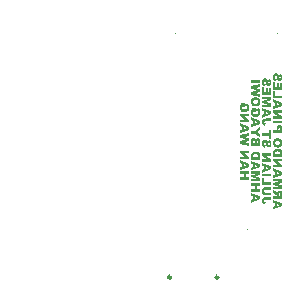
<source format=gbo>
G04*
G04 #@! TF.GenerationSoftware,Altium Limited,Altium Designer,24.8.2 (39)*
G04*
G04 Layer_Color=32896*
%FSLAX44Y44*%
%MOMM*%
G71*
G04*
G04 #@! TF.SameCoordinates,B24E7647-DC98-4454-BF0C-B73D814473A7*
G04*
G04*
G04 #@! TF.FilePolarity,Positive*
G04*
G01*
G75*
%ADD10C,0.1000*%
%ADD11C,0.2500*%
G36*
X905924Y715109D02*
X906146Y715082D01*
X906326Y715026D01*
X906492Y714971D01*
X906631Y714915D01*
X906742Y714860D01*
X906798Y714832D01*
X906825Y714818D01*
X907006Y714693D01*
X907172Y714541D01*
X907311Y714374D01*
X907436Y714222D01*
X907533Y714069D01*
X907602Y713958D01*
X907644Y713875D01*
X907657Y713861D01*
Y713847D01*
X907727Y713709D01*
X907782Y713556D01*
X907907Y713223D01*
X908032Y712849D01*
X908129Y712488D01*
X908170Y712322D01*
X908212Y712156D01*
X908254Y712003D01*
X908281Y711878D01*
X908309Y711781D01*
X908323Y711698D01*
X908337Y711642D01*
Y711628D01*
X908379Y711420D01*
X908434Y711254D01*
X908476Y711115D01*
X908517Y711018D01*
X908559Y710935D01*
X908587Y710893D01*
X908614Y710866D01*
Y710852D01*
X908670Y710796D01*
X908725Y710755D01*
X908836Y710713D01*
X908919Y710685D01*
X908933D01*
X908947D01*
X909030Y710699D01*
X909114Y710713D01*
X909252Y710782D01*
X909335Y710852D01*
X909349Y710866D01*
X909363Y710880D01*
X909419Y710963D01*
X909474Y711060D01*
X909516Y711268D01*
X909530Y711365D01*
X909544Y711434D01*
Y711504D01*
X909530Y711684D01*
X909502Y711836D01*
X909474Y711975D01*
X909433Y712086D01*
X909377Y712169D01*
X909349Y712225D01*
X909322Y712266D01*
X909308Y712280D01*
X909211Y712377D01*
X909086Y712461D01*
X908961Y712516D01*
X908850Y712571D01*
X908739Y712613D01*
X908642Y712641D01*
X908587Y712655D01*
X908559D01*
X908684Y714874D01*
X908892Y714832D01*
X909100Y714790D01*
X909280Y714735D01*
X909446Y714666D01*
X909599Y714596D01*
X909752Y714513D01*
X909876Y714444D01*
X909987Y714361D01*
X910168Y714208D01*
X910306Y714083D01*
X910376Y713986D01*
X910403Y713972D01*
Y713958D01*
X910500Y713806D01*
X910584Y713639D01*
X910722Y713293D01*
X910819Y712918D01*
X910889Y712558D01*
X910917Y712391D01*
X910930Y712239D01*
X910944Y712100D01*
Y711975D01*
X910958Y711878D01*
Y711739D01*
X910944Y711323D01*
X910917Y710949D01*
X910861Y710630D01*
X910833Y710477D01*
X910806Y710353D01*
X910778Y710242D01*
X910750Y710145D01*
X910722Y710061D01*
X910695Y709992D01*
X910681Y709937D01*
X910667Y709895D01*
X910653Y709881D01*
Y709867D01*
X910528Y709631D01*
X910403Y709423D01*
X910265Y709243D01*
X910140Y709104D01*
X910015Y708994D01*
X909918Y708910D01*
X909863Y708855D01*
X909835Y708841D01*
X909641Y708730D01*
X909446Y708647D01*
X909252Y708591D01*
X909086Y708550D01*
X908947Y708522D01*
X908822Y708508D01*
X908753D01*
X908739D01*
X908725D01*
X908559Y708522D01*
X908406Y708536D01*
X908129Y708605D01*
X907879Y708716D01*
X907671Y708841D01*
X907491Y708952D01*
X907366Y709063D01*
X907297Y709132D01*
X907283Y709160D01*
X907269D01*
X907158Y709299D01*
X907061Y709451D01*
X906881Y709784D01*
X906728Y710145D01*
X906590Y710519D01*
X906534Y710685D01*
X906492Y710838D01*
X906451Y710991D01*
X906409Y711115D01*
X906395Y711212D01*
X906368Y711296D01*
X906354Y711351D01*
Y711365D01*
X906312Y711531D01*
X906271Y711684D01*
X906243Y711823D01*
X906201Y711947D01*
X906118Y712156D01*
X906049Y712322D01*
X905993Y712433D01*
X905952Y712516D01*
X905924Y712558D01*
X905910Y712571D01*
X905827Y712655D01*
X905730Y712724D01*
X905647Y712766D01*
X905563Y712807D01*
X905494Y712821D01*
X905438Y712835D01*
X905397D01*
X905383D01*
X905272Y712821D01*
X905161Y712793D01*
X905064Y712752D01*
X904981Y712696D01*
X904925Y712641D01*
X904870Y712599D01*
X904842Y712571D01*
X904828Y712558D01*
X904759Y712447D01*
X904703Y712322D01*
X904662Y712197D01*
X904634Y712072D01*
X904620Y711947D01*
X904606Y711864D01*
Y711781D01*
X904620Y711545D01*
X904676Y711337D01*
X904745Y711157D01*
X904842Y711004D01*
X904925Y710893D01*
X904995Y710810D01*
X905050Y710755D01*
X905064Y710741D01*
X905175Y710672D01*
X905314Y710602D01*
X905591Y710519D01*
X905702Y710477D01*
X905799Y710463D01*
X905868Y710450D01*
X905896D01*
X905744Y708217D01*
X905536Y708245D01*
X905328Y708286D01*
X904967Y708383D01*
X904634Y708522D01*
X904357Y708674D01*
X904246Y708744D01*
X904135Y708813D01*
X904052Y708883D01*
X903982Y708938D01*
X903927Y708980D01*
X903885Y709021D01*
X903857Y709035D01*
X903844Y709049D01*
X903719Y709202D01*
X903608Y709382D01*
X903497Y709576D01*
X903414Y709784D01*
X903289Y710228D01*
X903206Y710672D01*
X903164Y710893D01*
X903150Y711088D01*
X903136Y711268D01*
X903122Y711420D01*
X903109Y711559D01*
Y711739D01*
X903122Y712142D01*
X903150Y712488D01*
X903206Y712807D01*
X903261Y713071D01*
X903289Y713182D01*
X903317Y713279D01*
X903344Y713376D01*
X903372Y713445D01*
X903386Y713501D01*
X903400Y713542D01*
X903414Y713556D01*
Y713570D01*
X903552Y713833D01*
X903691Y714055D01*
X903844Y714250D01*
X903996Y714416D01*
X904135Y714541D01*
X904246Y714638D01*
X904315Y714693D01*
X904343Y714707D01*
X904579Y714846D01*
X904814Y714943D01*
X905050Y715026D01*
X905258Y715068D01*
X905438Y715096D01*
X905577Y715123D01*
X905633D01*
X905674D01*
X905688D01*
X905702D01*
X905924Y715109D01*
D02*
G37*
G36*
X892094Y706913D02*
X884494D01*
Y709271D01*
X892094D01*
Y706913D01*
D02*
G37*
G36*
X896554Y710893D02*
X896776Y710866D01*
X896956Y710810D01*
X897123Y710755D01*
X897262Y710699D01*
X897373Y710644D01*
X897428Y710616D01*
X897456Y710602D01*
X897636Y710477D01*
X897803Y710325D01*
X897941Y710158D01*
X898066Y710006D01*
X898163Y709853D01*
X898232Y709742D01*
X898274Y709659D01*
X898288Y709645D01*
Y709631D01*
X898357Y709493D01*
X898413Y709340D01*
X898538Y709007D01*
X898662Y708633D01*
X898759Y708272D01*
X898801Y708106D01*
X898843Y707940D01*
X898884Y707787D01*
X898912Y707662D01*
X898940Y707565D01*
X898954Y707482D01*
X898967Y707426D01*
Y707412D01*
X899009Y707205D01*
X899064Y707038D01*
X899106Y706899D01*
X899148Y706802D01*
X899189Y706719D01*
X899217Y706677D01*
X899245Y706650D01*
Y706636D01*
X899300Y706580D01*
X899356Y706539D01*
X899467Y706497D01*
X899550Y706469D01*
X899564D01*
X899578D01*
X899661Y706483D01*
X899744Y706497D01*
X899883Y706566D01*
X899966Y706636D01*
X899980Y706650D01*
X899994Y706664D01*
X900049Y706747D01*
X900105Y706844D01*
X900146Y707052D01*
X900160Y707149D01*
X900174Y707218D01*
Y707288D01*
X900160Y707468D01*
X900132Y707620D01*
X900105Y707759D01*
X900063Y707870D01*
X900008Y707953D01*
X899980Y708009D01*
X899952Y708050D01*
X899938Y708064D01*
X899841Y708161D01*
X899716Y708245D01*
X899592Y708300D01*
X899481Y708355D01*
X899370Y708397D01*
X899273Y708425D01*
X899217Y708439D01*
X899189D01*
X899314Y710658D01*
X899522Y710616D01*
X899730Y710574D01*
X899911Y710519D01*
X900077Y710450D01*
X900229Y710380D01*
X900382Y710297D01*
X900507Y710228D01*
X900618Y710145D01*
X900798Y709992D01*
X900937Y709867D01*
X901006Y709770D01*
X901034Y709756D01*
Y709742D01*
X901131Y709590D01*
X901214Y709423D01*
X901353Y709077D01*
X901450Y708702D01*
X901519Y708342D01*
X901547Y708175D01*
X901561Y708023D01*
X901575Y707884D01*
Y707759D01*
X901589Y707662D01*
Y707523D01*
X901575Y707107D01*
X901547Y706733D01*
X901491Y706414D01*
X901464Y706261D01*
X901436Y706137D01*
X901408Y706026D01*
X901380Y705929D01*
X901353Y705845D01*
X901325Y705776D01*
X901311Y705721D01*
X901297Y705679D01*
X901283Y705665D01*
Y705651D01*
X901159Y705415D01*
X901034Y705207D01*
X900895Y705027D01*
X900770Y704888D01*
X900646Y704778D01*
X900548Y704694D01*
X900493Y704639D01*
X900465Y704625D01*
X900271Y704514D01*
X900077Y704431D01*
X899883Y704375D01*
X899716Y704334D01*
X899578Y704306D01*
X899453Y704292D01*
X899383D01*
X899370D01*
X899356D01*
X899189Y704306D01*
X899037Y704320D01*
X898759Y704389D01*
X898510Y704500D01*
X898302Y704625D01*
X898121Y704736D01*
X897997Y704847D01*
X897927Y704916D01*
X897913Y704944D01*
X897900D01*
X897789Y705083D01*
X897691Y705235D01*
X897511Y705568D01*
X897359Y705929D01*
X897220Y706303D01*
X897165Y706469D01*
X897123Y706622D01*
X897081Y706775D01*
X897040Y706899D01*
X897026Y706996D01*
X896998Y707080D01*
X896984Y707135D01*
Y707149D01*
X896943Y707315D01*
X896901Y707468D01*
X896873Y707607D01*
X896832Y707731D01*
X896749Y707940D01*
X896679Y708106D01*
X896624Y708217D01*
X896582Y708300D01*
X896554Y708342D01*
X896541Y708355D01*
X896457Y708439D01*
X896360Y708508D01*
X896277Y708550D01*
X896194Y708591D01*
X896124Y708605D01*
X896069Y708619D01*
X896027D01*
X896013D01*
X895902Y708605D01*
X895792Y708577D01*
X895695Y708536D01*
X895611Y708480D01*
X895556Y708425D01*
X895500Y708383D01*
X895473Y708355D01*
X895459Y708342D01*
X895389Y708231D01*
X895334Y708106D01*
X895292Y707981D01*
X895265Y707856D01*
X895251Y707731D01*
X895237Y707648D01*
Y707565D01*
X895251Y707329D01*
X895306Y707121D01*
X895376Y706941D01*
X895473Y706788D01*
X895556Y706677D01*
X895625Y706594D01*
X895681Y706539D01*
X895695Y706525D01*
X895805Y706456D01*
X895944Y706386D01*
X896221Y706303D01*
X896332Y706261D01*
X896430Y706247D01*
X896499Y706234D01*
X896527D01*
X896374Y704001D01*
X896166Y704029D01*
X895958Y704070D01*
X895597Y704167D01*
X895265Y704306D01*
X894987Y704458D01*
X894876Y704528D01*
X894765Y704597D01*
X894682Y704667D01*
X894613Y704722D01*
X894557Y704764D01*
X894516Y704805D01*
X894488Y704819D01*
X894474Y704833D01*
X894349Y704986D01*
X894238Y705166D01*
X894127Y705360D01*
X894044Y705568D01*
X893919Y706012D01*
X893836Y706456D01*
X893794Y706677D01*
X893781Y706872D01*
X893767Y707052D01*
X893753Y707205D01*
X893739Y707343D01*
Y707523D01*
X893753Y707926D01*
X893781Y708272D01*
X893836Y708591D01*
X893892Y708855D01*
X893919Y708966D01*
X893947Y709063D01*
X893975Y709160D01*
X894003Y709229D01*
X894016Y709285D01*
X894030Y709326D01*
X894044Y709340D01*
Y709354D01*
X894183Y709618D01*
X894322Y709839D01*
X894474Y710034D01*
X894627Y710200D01*
X894765Y710325D01*
X894876Y710422D01*
X894946Y710477D01*
X894973Y710491D01*
X895209Y710630D01*
X895445Y710727D01*
X895681Y710810D01*
X895889Y710852D01*
X896069Y710880D01*
X896208Y710907D01*
X896263D01*
X896305D01*
X896319D01*
X896332D01*
X896554Y710893D01*
D02*
G37*
G36*
X904953Y703321D02*
X906451D01*
Y706969D01*
X908004D01*
Y703321D01*
X909211D01*
Y707260D01*
X910833D01*
Y700964D01*
X903233D01*
Y707371D01*
X904953D01*
Y703321D01*
D02*
G37*
G36*
X895584Y699105D02*
X897081D01*
Y702753D01*
X898635D01*
Y699105D01*
X899841D01*
Y703044D01*
X901464D01*
Y696748D01*
X893864D01*
Y703155D01*
X895584D01*
Y699105D01*
D02*
G37*
G36*
X892094Y703821D02*
X887837Y703016D01*
X892094Y701837D01*
Y699618D01*
X887850Y698440D01*
X892094Y697635D01*
Y695416D01*
X884494Y697094D01*
Y699397D01*
X889279Y700728D01*
X884494Y702059D01*
Y704375D01*
X892094Y706053D01*
Y703821D01*
D02*
G37*
G36*
X905106Y696221D02*
X910833D01*
Y693877D01*
X903233D01*
Y699896D01*
X905106D01*
Y696221D01*
D02*
G37*
G36*
X888683Y694917D02*
X889002Y694889D01*
X889293Y694834D01*
X889570Y694764D01*
X889820Y694695D01*
X890056Y694598D01*
X890264Y694515D01*
X890458Y694418D01*
X890624Y694321D01*
X890777Y694224D01*
X890902Y694127D01*
X891012Y694057D01*
X891082Y693988D01*
X891151Y693932D01*
X891179Y693905D01*
X891193Y693891D01*
X891373Y693683D01*
X891526Y693475D01*
X891664Y693239D01*
X891789Y693003D01*
X891886Y692767D01*
X891969Y692518D01*
X892039Y692282D01*
X892094Y692046D01*
X892136Y691838D01*
X892164Y691630D01*
X892191Y691450D01*
X892205Y691283D01*
X892219Y691159D01*
Y690978D01*
X892205Y690646D01*
X892178Y690327D01*
X892122Y690022D01*
X892053Y689744D01*
X891983Y689481D01*
X891886Y689245D01*
X891803Y689023D01*
X891706Y688829D01*
X891609Y688662D01*
X891512Y688510D01*
X891415Y688385D01*
X891345Y688274D01*
X891276Y688191D01*
X891220Y688135D01*
X891193Y688094D01*
X891179Y688080D01*
X890971Y687900D01*
X890763Y687747D01*
X890527Y687608D01*
X890291Y687484D01*
X890042Y687386D01*
X889806Y687303D01*
X889570Y687234D01*
X889334Y687178D01*
X889126Y687137D01*
X888918Y687109D01*
X888738Y687081D01*
X888586Y687067D01*
X888461D01*
X888364Y687054D01*
X888308D01*
X888280D01*
X887809Y687081D01*
X887379Y687137D01*
X887171Y687178D01*
X886991Y687220D01*
X886824Y687262D01*
X886672Y687317D01*
X886533Y687359D01*
X886408Y687400D01*
X886311Y687442D01*
X886228Y687484D01*
X886159Y687525D01*
X886103Y687539D01*
X886075Y687567D01*
X886061D01*
X885756Y687775D01*
X885493Y688011D01*
X885257Y688232D01*
X885091Y688454D01*
X884952Y688649D01*
X884855Y688801D01*
X884813Y688857D01*
X884786Y688898D01*
X884772Y688926D01*
Y688940D01*
X884633Y689273D01*
X884536Y689633D01*
X884467Y689980D01*
X884425Y690313D01*
X884397Y690479D01*
Y690618D01*
X884383Y690743D01*
X884370Y690854D01*
Y691062D01*
X884383Y691519D01*
X884439Y691935D01*
X884522Y692296D01*
X884564Y692449D01*
X884605Y692601D01*
X884647Y692740D01*
X884688Y692851D01*
X884730Y692948D01*
X884772Y693031D01*
X884799Y693100D01*
X884827Y693142D01*
X884841Y693170D01*
Y693184D01*
X885035Y693489D01*
X885243Y693738D01*
X885465Y693960D01*
X885673Y694140D01*
X885867Y694293D01*
X886020Y694390D01*
X886075Y694432D01*
X886117Y694459D01*
X886145Y694473D01*
X886159D01*
X886505Y694626D01*
X886866Y694737D01*
X887226Y694820D01*
X887573Y694875D01*
X887740Y694889D01*
X887878Y694903D01*
X888017Y694917D01*
X888128Y694931D01*
X888225D01*
X888294D01*
X888336D01*
X888350D01*
X888683Y694917D01*
D02*
G37*
G36*
X901464Y692157D02*
X896832Y690965D01*
X901464Y689786D01*
Y686693D01*
X893864D01*
Y688621D01*
X899661D01*
X893864Y690091D01*
Y691838D01*
X899661Y693322D01*
X893864D01*
Y695250D01*
X901464D01*
Y692157D01*
D02*
G37*
G36*
X910833Y690271D02*
Y687692D01*
X903233Y684849D01*
Y687248D01*
X904482Y687622D01*
Y690285D01*
X903233Y690659D01*
Y693128D01*
X910833Y690271D01*
D02*
G37*
G36*
X879466Y686208D02*
X877885D01*
Y687789D01*
X877163D01*
X877066Y687622D01*
X876983Y687456D01*
X876914Y687317D01*
X876872Y687192D01*
X876831Y687095D01*
X876803Y687026D01*
X876775Y686971D01*
Y686957D01*
X876706Y686693D01*
X876692Y686568D01*
X876678Y686443D01*
X876664Y686346D01*
Y686208D01*
X876692Y685917D01*
X876748Y685653D01*
X876831Y685431D01*
X876928Y685251D01*
X877025Y685098D01*
X877108Y684987D01*
X877163Y684932D01*
X877191Y684904D01*
X877302Y684821D01*
X877413Y684752D01*
X877691Y684641D01*
X877982Y684557D01*
X878273Y684502D01*
X878537Y684474D01*
X878647Y684460D01*
X878758D01*
X878842Y684446D01*
X878897D01*
X878939D01*
X878952D01*
X879161D01*
X879355Y684460D01*
X879535Y684488D01*
X879701Y684516D01*
X879854Y684557D01*
X879993Y684585D01*
X880228Y684682D01*
X880409Y684765D01*
X880547Y684835D01*
X880617Y684890D01*
X880645Y684904D01*
X880825Y685084D01*
X880964Y685292D01*
X881060Y685500D01*
X881116Y685695D01*
X881158Y685875D01*
X881171Y686013D01*
X881185Y686069D01*
Y686138D01*
X881171Y686332D01*
X881144Y686499D01*
X881116Y686638D01*
X881074Y686762D01*
X881019Y686860D01*
X880991Y686943D01*
X880964Y686984D01*
X880950Y686998D01*
X880853Y687109D01*
X880755Y687220D01*
X880645Y687303D01*
X880547Y687373D01*
X880450Y687414D01*
X880367Y687456D01*
X880312Y687484D01*
X880298D01*
X880700Y689744D01*
X880964Y689661D01*
X881199Y689564D01*
X881407Y689453D01*
X881574Y689356D01*
X881712Y689259D01*
X881823Y689189D01*
X881879Y689134D01*
X881907Y689120D01*
X882073Y688954D01*
X882225Y688787D01*
X882350Y688607D01*
X882447Y688440D01*
X882517Y688302D01*
X882572Y688191D01*
X882600Y688108D01*
X882614Y688094D01*
Y688080D01*
X882655Y687955D01*
X882697Y687816D01*
X882753Y687525D01*
X882794Y687206D01*
X882822Y686901D01*
X882836Y686624D01*
X882850Y686513D01*
Y686194D01*
X882836Y685722D01*
X882822Y685514D01*
X882794Y685306D01*
X882766Y685126D01*
X882725Y684959D01*
X882697Y684793D01*
X882669Y684654D01*
X882628Y684530D01*
X882600Y684419D01*
X882558Y684322D01*
X882531Y684238D01*
X882517Y684183D01*
X882489Y684141D01*
X882475Y684114D01*
Y684100D01*
X882281Y683753D01*
X882059Y683448D01*
X881823Y683198D01*
X881601Y682976D01*
X881393Y682810D01*
X881227Y682699D01*
X881158Y682657D01*
X881116Y682630D01*
X881088Y682602D01*
X881074D01*
X880714Y682436D01*
X880353Y682311D01*
X879993Y682214D01*
X879660Y682158D01*
X879507Y682130D01*
X879369Y682116D01*
X879244Y682103D01*
X879133D01*
X879050Y682089D01*
X878980D01*
X878939D01*
X878925D01*
X878495Y682103D01*
X878093Y682158D01*
X877732Y682227D01*
X877566Y682269D01*
X877427Y682325D01*
X877288Y682366D01*
X877163Y682408D01*
X877066Y682436D01*
X876983Y682477D01*
X876914Y682505D01*
X876858Y682533D01*
X876831Y682546D01*
X876817D01*
X876498Y682741D01*
X876220Y682949D01*
X875985Y683170D01*
X875804Y683379D01*
X875652Y683573D01*
X875541Y683725D01*
X875513Y683781D01*
X875485Y683822D01*
X875458Y683850D01*
Y683864D01*
X875305Y684211D01*
X875194Y684571D01*
X875111Y684946D01*
X875055Y685292D01*
X875042Y685459D01*
X875028Y685611D01*
X875014Y685736D01*
Y685861D01*
X875000Y685958D01*
Y686083D01*
X875014Y686485D01*
X875042Y686846D01*
X875083Y687178D01*
X875125Y687456D01*
X875153Y687567D01*
X875166Y687678D01*
X875194Y687761D01*
X875208Y687844D01*
X875222Y687900D01*
X875236Y687941D01*
X875250Y687969D01*
Y687983D01*
X875361Y688288D01*
X875513Y688607D01*
X875680Y688926D01*
X875832Y689217D01*
X875985Y689467D01*
X876054Y689578D01*
X876109Y689661D01*
X876151Y689744D01*
X876193Y689800D01*
X876207Y689827D01*
X876220Y689841D01*
X879466D01*
Y686208D01*
D02*
G37*
G36*
X888835Y682325D02*
X887254D01*
Y683905D01*
X886533D01*
X886436Y683739D01*
X886353Y683573D01*
X886283Y683434D01*
X886242Y683309D01*
X886200Y683212D01*
X886172Y683143D01*
X886145Y683087D01*
Y683073D01*
X886075Y682810D01*
X886061Y682685D01*
X886048Y682560D01*
X886034Y682463D01*
Y682325D01*
X886061Y682033D01*
X886117Y681770D01*
X886200Y681548D01*
X886297Y681368D01*
X886394Y681215D01*
X886478Y681104D01*
X886533Y681049D01*
X886561Y681021D01*
X886672Y680938D01*
X886783Y680868D01*
X887060Y680757D01*
X887351Y680674D01*
X887643Y680619D01*
X887906Y680591D01*
X888017Y680577D01*
X888128D01*
X888211Y680563D01*
X888267D01*
X888308D01*
X888322D01*
X888530D01*
X888724Y680577D01*
X888904Y680605D01*
X889071Y680633D01*
X889223Y680674D01*
X889362Y680702D01*
X889598Y680799D01*
X889778Y680882D01*
X889917Y680952D01*
X889986Y681007D01*
X890014Y681021D01*
X890194Y681201D01*
X890333Y681409D01*
X890430Y681617D01*
X890486Y681811D01*
X890527Y681992D01*
X890541Y682130D01*
X890555Y682186D01*
Y682255D01*
X890541Y682449D01*
X890513Y682616D01*
X890486Y682755D01*
X890444Y682879D01*
X890388Y682976D01*
X890361Y683060D01*
X890333Y683101D01*
X890319Y683115D01*
X890222Y683226D01*
X890125Y683337D01*
X890014Y683420D01*
X889917Y683490D01*
X889820Y683531D01*
X889737Y683573D01*
X889681Y683600D01*
X889667D01*
X890070Y685861D01*
X890333Y685778D01*
X890569Y685681D01*
X890777Y685570D01*
X890943Y685473D01*
X891082Y685376D01*
X891193Y685306D01*
X891248Y685251D01*
X891276Y685237D01*
X891442Y685070D01*
X891595Y684904D01*
X891720Y684724D01*
X891817Y684557D01*
X891886Y684419D01*
X891942Y684308D01*
X891969Y684224D01*
X891983Y684211D01*
Y684197D01*
X892025Y684072D01*
X892066Y683933D01*
X892122Y683642D01*
X892164Y683323D01*
X892191Y683018D01*
X892205Y682741D01*
X892219Y682630D01*
Y682311D01*
X892205Y681839D01*
X892191Y681631D01*
X892164Y681423D01*
X892136Y681243D01*
X892094Y681076D01*
X892066Y680910D01*
X892039Y680771D01*
X891997Y680647D01*
X891969Y680536D01*
X891928Y680438D01*
X891900Y680355D01*
X891886Y680300D01*
X891859Y680258D01*
X891845Y680230D01*
Y680217D01*
X891650Y679870D01*
X891429Y679565D01*
X891193Y679315D01*
X890971Y679093D01*
X890763Y678927D01*
X890596Y678816D01*
X890527Y678774D01*
X890486Y678746D01*
X890458Y678719D01*
X890444D01*
X890083Y678552D01*
X889723Y678428D01*
X889362Y678330D01*
X889029Y678275D01*
X888877Y678247D01*
X888738Y678233D01*
X888613Y678220D01*
X888502D01*
X888419Y678206D01*
X888350D01*
X888308D01*
X888294D01*
X887864Y678220D01*
X887462Y678275D01*
X887102Y678344D01*
X886935Y678386D01*
X886796Y678441D01*
X886658Y678483D01*
X886533Y678525D01*
X886436Y678552D01*
X886353Y678594D01*
X886283Y678622D01*
X886228Y678649D01*
X886200Y678663D01*
X886186D01*
X885867Y678857D01*
X885590Y679065D01*
X885354Y679287D01*
X885174Y679495D01*
X885021Y679689D01*
X884910Y679842D01*
X884883Y679898D01*
X884855Y679939D01*
X884827Y679967D01*
Y679981D01*
X884675Y680328D01*
X884564Y680688D01*
X884481Y681062D01*
X884425Y681409D01*
X884411Y681576D01*
X884397Y681728D01*
X884383Y681853D01*
Y681978D01*
X884370Y682075D01*
Y682200D01*
X884383Y682602D01*
X884411Y682962D01*
X884453Y683295D01*
X884494Y683573D01*
X884522Y683684D01*
X884536Y683795D01*
X884564Y683878D01*
X884578Y683961D01*
X884591Y684016D01*
X884605Y684058D01*
X884619Y684086D01*
Y684100D01*
X884730Y684405D01*
X884883Y684724D01*
X885049Y685043D01*
X885202Y685334D01*
X885354Y685584D01*
X885424Y685695D01*
X885479Y685778D01*
X885521Y685861D01*
X885562Y685917D01*
X885576Y685944D01*
X885590Y685958D01*
X888835D01*
Y682325D01*
D02*
G37*
G36*
X901464Y683115D02*
Y680536D01*
X893864Y677692D01*
Y680092D01*
X895112Y680466D01*
Y683129D01*
X893864Y683503D01*
Y685972D01*
X901464Y683115D01*
D02*
G37*
G36*
X910833Y681839D02*
X906617D01*
X910833Y678954D01*
Y676777D01*
X903233D01*
Y678982D01*
X907422D01*
X903233Y681839D01*
Y684058D01*
X910833D01*
Y681839D01*
D02*
G37*
G36*
X882725Y678608D02*
X878509D01*
X882725Y675723D01*
Y673546D01*
X875125D01*
Y675751D01*
X879313D01*
X875125Y678608D01*
Y680827D01*
X882725D01*
Y678608D01*
D02*
G37*
G36*
X910833Y672728D02*
X903233D01*
Y675085D01*
X910833D01*
Y672728D01*
D02*
G37*
G36*
X901464Y674530D02*
X896790D01*
X896554Y674517D01*
X896346Y674503D01*
X896180Y674475D01*
X896041Y674433D01*
X895930Y674392D01*
X895861Y674364D01*
X895819Y674350D01*
X895805Y674336D01*
X895708Y674267D01*
X895639Y674170D01*
X895584Y674073D01*
X895556Y673990D01*
X895528Y673906D01*
X895514Y673837D01*
Y673768D01*
X895528Y673601D01*
X895570Y673476D01*
X895597Y673407D01*
X895611Y673379D01*
X895722Y673255D01*
X895847Y673171D01*
X895902Y673144D01*
X895944Y673116D01*
X895972Y673102D01*
X895986D01*
X896097Y673074D01*
X896208Y673061D01*
X896457Y673033D01*
X896568Y673019D01*
X896665D01*
X896721D01*
X896749D01*
X896443Y670772D01*
X896124Y670800D01*
X895833Y670855D01*
X895584Y670925D01*
X895362Y670994D01*
X895181Y671063D01*
X895057Y671119D01*
X894973Y671161D01*
X894959Y671174D01*
X894946D01*
X894738Y671313D01*
X894557Y671479D01*
X894405Y671632D01*
X894266Y671785D01*
X894169Y671923D01*
X894100Y672048D01*
X894058Y672117D01*
X894044Y672145D01*
X893947Y672409D01*
X893864Y672700D01*
X893808Y672991D01*
X893781Y673282D01*
X893753Y673532D01*
Y673643D01*
X893739Y673740D01*
Y673934D01*
X893753Y674323D01*
X893808Y674683D01*
X893878Y674988D01*
X893975Y675238D01*
X894058Y675446D01*
X894086Y675529D01*
X894127Y675598D01*
X894155Y675654D01*
X894183Y675695D01*
X894197Y675709D01*
Y675723D01*
X894377Y675959D01*
X894571Y676167D01*
X894765Y676320D01*
X894946Y676444D01*
X895112Y676541D01*
X895237Y676611D01*
X895320Y676638D01*
X895334Y676652D01*
X895348D01*
X895487Y676694D01*
X895625Y676736D01*
X895944Y676791D01*
X896277Y676833D01*
X896596Y676860D01*
X896887Y676874D01*
X897012Y676888D01*
X897123D01*
X897206D01*
X897275D01*
X897317D01*
X897331D01*
X901464D01*
Y674530D01*
D02*
G37*
G36*
X892094Y674891D02*
Y672312D01*
X884494Y669469D01*
Y671868D01*
X885742Y672242D01*
Y674905D01*
X884494Y675279D01*
Y677748D01*
X892094Y674891D01*
D02*
G37*
G36*
X908892Y671368D02*
X909238Y671299D01*
X909530Y671188D01*
X909779Y671077D01*
X909973Y670966D01*
X910112Y670855D01*
X910154Y670814D01*
X910195Y670786D01*
X910223Y670772D01*
Y670758D01*
X910334Y670633D01*
X910431Y670495D01*
X910570Y670190D01*
X910681Y669871D01*
X910764Y669566D01*
X910806Y669288D01*
X910819Y669163D01*
Y669053D01*
X910833Y668969D01*
Y664947D01*
X903233D01*
Y667305D01*
X906062D01*
Y668581D01*
X906076Y668845D01*
X906090Y669080D01*
X906118Y669302D01*
X906160Y669510D01*
X906215Y669704D01*
X906271Y669885D01*
X906326Y670037D01*
X906382Y670176D01*
X906437Y670301D01*
X906492Y670412D01*
X906548Y670495D01*
X906603Y670578D01*
X906645Y670633D01*
X906673Y670675D01*
X906701Y670689D01*
Y670703D01*
X906825Y670828D01*
X906964Y670939D01*
X907103Y671022D01*
X907255Y671105D01*
X907560Y671230D01*
X907851Y671313D01*
X908101Y671355D01*
X908212Y671382D01*
X908309D01*
X908392Y671396D01*
X908448D01*
X908490D01*
X908503D01*
X908711D01*
X908892Y671368D01*
D02*
G37*
G36*
X882725Y669926D02*
Y667347D01*
X875125Y664504D01*
Y666903D01*
X876373Y667277D01*
Y669940D01*
X875125Y670314D01*
Y672783D01*
X882725Y669926D01*
D02*
G37*
G36*
X892094Y666861D02*
X889542Y665322D01*
X892094Y663796D01*
Y661189D01*
X887670Y664157D01*
X884494D01*
Y666515D01*
X887670D01*
X892094Y669469D01*
Y666861D01*
D02*
G37*
G36*
X901464Y659622D02*
X899592D01*
Y662021D01*
X893864D01*
Y664365D01*
X899592D01*
Y666764D01*
X901464D01*
Y659622D01*
D02*
G37*
G36*
X882725Y662271D02*
X878467Y661467D01*
X882725Y660288D01*
Y658069D01*
X878481Y656890D01*
X882725Y656086D01*
Y653867D01*
X875125Y655545D01*
Y657847D01*
X879910Y659178D01*
X875125Y660510D01*
Y662826D01*
X882725Y664504D01*
Y662271D01*
D02*
G37*
G36*
X886908Y660718D02*
X887143Y660676D01*
X887351Y660607D01*
X887518Y660537D01*
X887656Y660468D01*
X887767Y660399D01*
X887823Y660357D01*
X887850Y660343D01*
X888017Y660177D01*
X888156Y659996D01*
X888280Y659788D01*
X888378Y659594D01*
X888447Y659414D01*
X888488Y659275D01*
X888516Y659220D01*
Y659178D01*
X888530Y659150D01*
Y659137D01*
X888613Y659331D01*
X888697Y659497D01*
X888780Y659636D01*
X888863Y659747D01*
X888932Y659844D01*
X888988Y659899D01*
X889029Y659941D01*
X889043Y659955D01*
X889237Y660094D01*
X889432Y660204D01*
X889626Y660274D01*
X889806Y660329D01*
X889958Y660357D01*
X890083Y660385D01*
X890166D01*
X890180D01*
X890194D01*
X890347D01*
X890486Y660357D01*
X890749Y660288D01*
X890971Y660191D01*
X891165Y660094D01*
X891331Y659983D01*
X891442Y659885D01*
X891512Y659816D01*
X891540Y659802D01*
Y659788D01*
X891720Y659539D01*
X891859Y659275D01*
X891956Y658998D01*
X892025Y658720D01*
X892066Y658471D01*
X892080Y658374D01*
Y658277D01*
X892094Y658207D01*
Y653700D01*
X884494D01*
Y657875D01*
X884508Y658027D01*
X884522Y658194D01*
X884550Y658374D01*
X884564Y658540D01*
X884578Y658679D01*
Y658734D01*
X884591Y658776D01*
Y658804D01*
X884633Y659012D01*
X884661Y659192D01*
X884702Y659345D01*
X884744Y659469D01*
X884786Y659566D01*
X884813Y659636D01*
X884841Y659677D01*
Y659691D01*
X884952Y659858D01*
X885077Y660010D01*
X885202Y660149D01*
X885327Y660260D01*
X885424Y660343D01*
X885507Y660399D01*
X885576Y660440D01*
X885590Y660454D01*
X885770Y660551D01*
X885951Y660620D01*
X886131Y660662D01*
X886297Y660704D01*
X886436Y660718D01*
X886547Y660731D01*
X886616D01*
X886644D01*
X886908Y660718D01*
D02*
G37*
G36*
X896554Y658970D02*
X896776Y658942D01*
X896956Y658887D01*
X897123Y658831D01*
X897262Y658776D01*
X897373Y658720D01*
X897428Y658693D01*
X897456Y658679D01*
X897636Y658554D01*
X897803Y658402D01*
X897941Y658235D01*
X898066Y658083D01*
X898163Y657930D01*
X898232Y657819D01*
X898274Y657736D01*
X898288Y657722D01*
Y657708D01*
X898357Y657569D01*
X898413Y657417D01*
X898538Y657084D01*
X898662Y656710D01*
X898759Y656349D01*
X898801Y656183D01*
X898843Y656016D01*
X898884Y655864D01*
X898912Y655739D01*
X898940Y655642D01*
X898954Y655558D01*
X898967Y655503D01*
Y655489D01*
X899009Y655281D01*
X899064Y655115D01*
X899106Y654976D01*
X899148Y654879D01*
X899189Y654796D01*
X899217Y654754D01*
X899245Y654726D01*
Y654713D01*
X899300Y654657D01*
X899356Y654615D01*
X899467Y654574D01*
X899550Y654546D01*
X899564D01*
X899578D01*
X899661Y654560D01*
X899744Y654574D01*
X899883Y654643D01*
X899966Y654713D01*
X899980Y654726D01*
X899994Y654740D01*
X900049Y654824D01*
X900105Y654921D01*
X900146Y655129D01*
X900160Y655226D01*
X900174Y655295D01*
Y655364D01*
X900160Y655545D01*
X900132Y655697D01*
X900105Y655836D01*
X900063Y655947D01*
X900008Y656030D01*
X899980Y656086D01*
X899952Y656127D01*
X899938Y656141D01*
X899841Y656238D01*
X899716Y656321D01*
X899592Y656377D01*
X899481Y656432D01*
X899370Y656474D01*
X899273Y656502D01*
X899217Y656516D01*
X899189D01*
X899314Y658734D01*
X899522Y658693D01*
X899730Y658651D01*
X899911Y658596D01*
X900077Y658526D01*
X900229Y658457D01*
X900382Y658374D01*
X900507Y658305D01*
X900618Y658221D01*
X900798Y658069D01*
X900937Y657944D01*
X901006Y657847D01*
X901034Y657833D01*
Y657819D01*
X901131Y657666D01*
X901214Y657500D01*
X901353Y657153D01*
X901450Y656779D01*
X901519Y656418D01*
X901547Y656252D01*
X901561Y656099D01*
X901575Y655961D01*
Y655836D01*
X901589Y655739D01*
Y655600D01*
X901575Y655184D01*
X901547Y654810D01*
X901491Y654491D01*
X901464Y654338D01*
X901436Y654213D01*
X901408Y654102D01*
X901380Y654005D01*
X901353Y653922D01*
X901325Y653853D01*
X901311Y653797D01*
X901297Y653756D01*
X901283Y653742D01*
Y653728D01*
X901159Y653492D01*
X901034Y653284D01*
X900895Y653104D01*
X900770Y652965D01*
X900646Y652854D01*
X900548Y652771D01*
X900493Y652716D01*
X900465Y652702D01*
X900271Y652591D01*
X900077Y652507D01*
X899883Y652452D01*
X899716Y652410D01*
X899578Y652383D01*
X899453Y652369D01*
X899383D01*
X899370D01*
X899356D01*
X899189Y652383D01*
X899037Y652396D01*
X898759Y652466D01*
X898510Y652577D01*
X898302Y652702D01*
X898121Y652813D01*
X897997Y652924D01*
X897927Y652993D01*
X897913Y653021D01*
X897900D01*
X897789Y653159D01*
X897691Y653312D01*
X897511Y653645D01*
X897359Y654005D01*
X897220Y654380D01*
X897165Y654546D01*
X897123Y654699D01*
X897081Y654851D01*
X897040Y654976D01*
X897026Y655073D01*
X896998Y655156D01*
X896984Y655212D01*
Y655226D01*
X896943Y655392D01*
X896901Y655545D01*
X896873Y655683D01*
X896832Y655808D01*
X896749Y656016D01*
X896679Y656183D01*
X896624Y656294D01*
X896582Y656377D01*
X896554Y656418D01*
X896541Y656432D01*
X896457Y656516D01*
X896360Y656585D01*
X896277Y656626D01*
X896194Y656668D01*
X896124Y656682D01*
X896069Y656696D01*
X896027D01*
X896013D01*
X895902Y656682D01*
X895792Y656654D01*
X895695Y656612D01*
X895611Y656557D01*
X895556Y656502D01*
X895500Y656460D01*
X895473Y656432D01*
X895459Y656418D01*
X895389Y656307D01*
X895334Y656183D01*
X895292Y656058D01*
X895265Y655933D01*
X895251Y655808D01*
X895237Y655725D01*
Y655642D01*
X895251Y655406D01*
X895306Y655198D01*
X895376Y655018D01*
X895473Y654865D01*
X895556Y654754D01*
X895625Y654671D01*
X895681Y654615D01*
X895695Y654602D01*
X895805Y654532D01*
X895944Y654463D01*
X896221Y654380D01*
X896332Y654338D01*
X896430Y654324D01*
X896499Y654310D01*
X896527D01*
X896374Y652078D01*
X896166Y652105D01*
X895958Y652147D01*
X895597Y652244D01*
X895265Y652383D01*
X894987Y652535D01*
X894876Y652605D01*
X894765Y652674D01*
X894682Y652743D01*
X894613Y652799D01*
X894557Y652840D01*
X894516Y652882D01*
X894488Y652896D01*
X894474Y652910D01*
X894349Y653062D01*
X894238Y653242D01*
X894127Y653437D01*
X894044Y653645D01*
X893919Y654089D01*
X893836Y654532D01*
X893794Y654754D01*
X893781Y654948D01*
X893767Y655129D01*
X893753Y655281D01*
X893739Y655420D01*
Y655600D01*
X893753Y656002D01*
X893781Y656349D01*
X893836Y656668D01*
X893892Y656932D01*
X893919Y657042D01*
X893947Y657140D01*
X893975Y657237D01*
X894003Y657306D01*
X894016Y657361D01*
X894030Y657403D01*
X894044Y657417D01*
Y657431D01*
X894183Y657694D01*
X894322Y657916D01*
X894474Y658110D01*
X894627Y658277D01*
X894765Y658402D01*
X894876Y658499D01*
X894946Y658554D01*
X894973Y658568D01*
X895209Y658707D01*
X895445Y658804D01*
X895681Y658887D01*
X895889Y658929D01*
X896069Y658956D01*
X896208Y658984D01*
X896263D01*
X896305D01*
X896319D01*
X896332D01*
X896554Y658970D01*
D02*
G37*
G36*
X907422Y660149D02*
X907741Y660121D01*
X908032Y660066D01*
X908309Y659996D01*
X908559Y659927D01*
X908795Y659830D01*
X909003Y659747D01*
X909197Y659650D01*
X909363Y659553D01*
X909516Y659456D01*
X909641Y659359D01*
X909752Y659289D01*
X909821Y659220D01*
X909890Y659164D01*
X909918Y659137D01*
X909932Y659123D01*
X910112Y658915D01*
X910265Y658707D01*
X910403Y658471D01*
X910528Y658235D01*
X910625Y657999D01*
X910708Y657750D01*
X910778Y657514D01*
X910833Y657278D01*
X910875Y657070D01*
X910903Y656862D01*
X910930Y656682D01*
X910944Y656516D01*
X910958Y656391D01*
Y656210D01*
X910944Y655878D01*
X910917Y655558D01*
X910861Y655253D01*
X910792Y654976D01*
X910722Y654713D01*
X910625Y654477D01*
X910542Y654255D01*
X910445Y654061D01*
X910348Y653894D01*
X910251Y653742D01*
X910154Y653617D01*
X910084Y653506D01*
X910015Y653423D01*
X909959Y653367D01*
X909932Y653326D01*
X909918Y653312D01*
X909710Y653132D01*
X909502Y652979D01*
X909266Y652840D01*
X909030Y652716D01*
X908781Y652618D01*
X908545Y652535D01*
X908309Y652466D01*
X908073Y652410D01*
X907865Y652369D01*
X907657Y652341D01*
X907477Y652313D01*
X907325Y652299D01*
X907200D01*
X907103Y652286D01*
X907047D01*
X907019D01*
X906548Y652313D01*
X906118Y652369D01*
X905910Y652410D01*
X905730Y652452D01*
X905563Y652494D01*
X905411Y652549D01*
X905272Y652591D01*
X905147Y652632D01*
X905050Y652674D01*
X904967Y652716D01*
X904898Y652757D01*
X904842Y652771D01*
X904814Y652799D01*
X904800D01*
X904495Y653007D01*
X904232Y653242D01*
X903996Y653464D01*
X903830Y653686D01*
X903691Y653880D01*
X903594Y654033D01*
X903552Y654089D01*
X903525Y654130D01*
X903511Y654158D01*
Y654172D01*
X903372Y654504D01*
X903275Y654865D01*
X903206Y655212D01*
X903164Y655545D01*
X903136Y655711D01*
Y655850D01*
X903122Y655975D01*
X903109Y656086D01*
Y656294D01*
X903122Y656751D01*
X903178Y657167D01*
X903261Y657528D01*
X903303Y657680D01*
X903344Y657833D01*
X903386Y657972D01*
X903428Y658083D01*
X903469Y658180D01*
X903511Y658263D01*
X903539Y658332D01*
X903566Y658374D01*
X903580Y658402D01*
Y658415D01*
X903774Y658720D01*
X903982Y658970D01*
X904204Y659192D01*
X904412Y659372D01*
X904606Y659525D01*
X904759Y659622D01*
X904814Y659664D01*
X904856Y659691D01*
X904884Y659705D01*
X904898D01*
X905244Y659858D01*
X905605Y659969D01*
X905965Y660052D01*
X906312Y660107D01*
X906479Y660121D01*
X906617Y660135D01*
X906756Y660149D01*
X906867Y660163D01*
X906964D01*
X907033D01*
X907075D01*
X907089D01*
X907422Y660149D01*
D02*
G37*
G36*
X907338Y651329D02*
X907602Y651315D01*
X907851Y651287D01*
X908073Y651245D01*
X908254Y651204D01*
X908392Y651176D01*
X908448Y651162D01*
X908490D01*
X908503Y651148D01*
X908517D01*
X908767Y651065D01*
X909003Y650982D01*
X909211Y650885D01*
X909391Y650788D01*
X909544Y650691D01*
X909641Y650621D01*
X909710Y650566D01*
X909738Y650552D01*
X909918Y650386D01*
X910084Y650219D01*
X910223Y650039D01*
X910334Y649873D01*
X910431Y649720D01*
X910487Y649609D01*
X910528Y649526D01*
X910542Y649512D01*
Y649498D01*
X910639Y649248D01*
X910708Y648971D01*
X910764Y648694D01*
X910792Y648416D01*
X910819Y648180D01*
Y648083D01*
X910833Y647986D01*
Y644339D01*
X903233D01*
Y647820D01*
X903247Y648070D01*
X903261Y648305D01*
X903289Y648555D01*
X903331Y648763D01*
X903372Y648957D01*
X903400Y649110D01*
X903414Y649165D01*
Y649207D01*
X903428Y649221D01*
Y649234D01*
X903497Y649443D01*
X903594Y649637D01*
X903691Y649803D01*
X903788Y649970D01*
X903885Y650094D01*
X903968Y650191D01*
X904024Y650247D01*
X904038Y650275D01*
X904218Y650455D01*
X904412Y650608D01*
X904593Y650746D01*
X904773Y650857D01*
X904925Y650940D01*
X905050Y650996D01*
X905133Y651037D01*
X905147Y651051D01*
X905161D01*
X905438Y651148D01*
X905744Y651218D01*
X906062Y651273D01*
X906354Y651301D01*
X906631Y651329D01*
X906742D01*
X906853Y651342D01*
X906936D01*
X906992D01*
X907033D01*
X907047D01*
X907338Y651329D01*
D02*
G37*
G36*
X882725Y647335D02*
X878509D01*
X882725Y644450D01*
Y642273D01*
X875125D01*
Y644478D01*
X879313D01*
X875125Y647335D01*
Y649554D01*
X882725D01*
Y647335D01*
D02*
G37*
G36*
X888599Y648916D02*
X888863Y648902D01*
X889112Y648874D01*
X889334Y648832D01*
X889515Y648791D01*
X889653Y648763D01*
X889709Y648749D01*
X889751D01*
X889764Y648735D01*
X889778D01*
X890028Y648652D01*
X890264Y648569D01*
X890472Y648472D01*
X890652Y648375D01*
X890805Y648278D01*
X890902Y648208D01*
X890971Y648153D01*
X890999Y648139D01*
X891179Y647972D01*
X891345Y647806D01*
X891484Y647626D01*
X891595Y647459D01*
X891692Y647307D01*
X891748Y647196D01*
X891789Y647113D01*
X891803Y647099D01*
Y647085D01*
X891900Y646835D01*
X891969Y646558D01*
X892025Y646281D01*
X892053Y646003D01*
X892080Y645767D01*
Y645670D01*
X892094Y645573D01*
Y641926D01*
X884494D01*
Y645407D01*
X884508Y645657D01*
X884522Y645892D01*
X884550Y646142D01*
X884591Y646350D01*
X884633Y646544D01*
X884661Y646697D01*
X884675Y646752D01*
Y646794D01*
X884688Y646808D01*
Y646821D01*
X884758Y647029D01*
X884855Y647224D01*
X884952Y647390D01*
X885049Y647557D01*
X885146Y647681D01*
X885229Y647778D01*
X885285Y647834D01*
X885299Y647862D01*
X885479Y648042D01*
X885673Y648194D01*
X885854Y648333D01*
X886034Y648444D01*
X886186Y648527D01*
X886311Y648583D01*
X886394Y648624D01*
X886408Y648638D01*
X886422D01*
X886699Y648735D01*
X887005Y648805D01*
X887324Y648860D01*
X887615Y648888D01*
X887892Y648916D01*
X888003D01*
X888114Y648929D01*
X888197D01*
X888253D01*
X888294D01*
X888308D01*
X888599Y648916D01*
D02*
G37*
G36*
X901464Y645185D02*
X897248D01*
X901464Y642300D01*
Y640123D01*
X893864D01*
Y642328D01*
X898052D01*
X893864Y645185D01*
Y647404D01*
X901464D01*
Y645185D01*
D02*
G37*
G36*
X910833Y640539D02*
X906617D01*
X910833Y637654D01*
Y635477D01*
X903233D01*
Y637682D01*
X907422D01*
X903233Y640539D01*
Y642758D01*
X910833D01*
Y640539D01*
D02*
G37*
G36*
X882725Y638653D02*
Y636073D01*
X875125Y633230D01*
Y635630D01*
X876373Y636004D01*
Y638667D01*
X875125Y639041D01*
Y641510D01*
X882725Y638653D01*
D02*
G37*
G36*
X892094Y638292D02*
Y635713D01*
X884494Y632870D01*
Y635269D01*
X885742Y635644D01*
Y638306D01*
X884494Y638681D01*
Y641149D01*
X892094Y638292D01*
D02*
G37*
G36*
X901464Y636503D02*
Y633924D01*
X893864Y631081D01*
Y633480D01*
X895112Y633854D01*
Y636517D01*
X893864Y636892D01*
Y639360D01*
X901464Y636503D01*
D02*
G37*
G36*
Y627808D02*
X893864D01*
Y630165D01*
X901464D01*
Y627808D01*
D02*
G37*
G36*
X910833Y631857D02*
Y629278D01*
X903233Y626435D01*
Y628834D01*
X904482Y629209D01*
Y631871D01*
X903233Y632246D01*
Y634714D01*
X910833Y631857D01*
D02*
G37*
G36*
X882725Y630082D02*
X880076D01*
Y627503D01*
X882725D01*
Y625159D01*
X875125D01*
Y627503D01*
X878204D01*
Y630082D01*
X875125D01*
Y632440D01*
X882725D01*
Y630082D01*
D02*
G37*
G36*
X892094Y629042D02*
X887462Y627850D01*
X892094Y626671D01*
Y623578D01*
X884494D01*
Y625506D01*
X890291D01*
X884494Y626976D01*
Y628723D01*
X890291Y630207D01*
X884494D01*
Y632135D01*
X892094D01*
Y629042D01*
D02*
G37*
G36*
X895736Y622968D02*
X901464D01*
Y620624D01*
X893864D01*
Y626643D01*
X895736D01*
Y622968D01*
D02*
G37*
G36*
X910833Y622607D02*
X906201Y621414D01*
X910833Y620236D01*
Y617143D01*
X903233D01*
Y619071D01*
X909030D01*
X903233Y620541D01*
Y622288D01*
X909030Y623772D01*
X903233D01*
Y625700D01*
X910833D01*
Y622607D01*
D02*
G37*
G36*
X892094Y619695D02*
X889445D01*
Y617115D01*
X892094D01*
Y614772D01*
X884494D01*
Y617115D01*
X887573D01*
Y619695D01*
X884494D01*
Y622052D01*
X892094D01*
Y619695D01*
D02*
G37*
G36*
X901464Y616727D02*
X896832D01*
X896610Y616713D01*
X896416Y616671D01*
X896235Y616616D01*
X896097Y616561D01*
X895986Y616491D01*
X895916Y616436D01*
X895861Y616394D01*
X895847Y616380D01*
X895736Y616242D01*
X895653Y616089D01*
X895597Y615923D01*
X895556Y615770D01*
X895528Y615631D01*
X895514Y615521D01*
Y615423D01*
X895528Y615201D01*
X895570Y615007D01*
X895625Y614841D01*
X895695Y614702D01*
X895750Y614591D01*
X895805Y614522D01*
X895847Y614467D01*
X895861Y614453D01*
X896000Y614342D01*
X896166Y614258D01*
X896319Y614203D01*
X896471Y614161D01*
X896610Y614134D01*
X896735Y614120D01*
X896804D01*
X896832D01*
X901464D01*
Y611776D01*
X896929D01*
X896721Y611790D01*
X896499Y611804D01*
X896277Y611845D01*
X896083Y611887D01*
X895916Y611915D01*
X895778Y611956D01*
X895722Y611970D01*
X895681D01*
X895667Y611984D01*
X895653D01*
X895487Y612039D01*
X895320Y612123D01*
X895167Y612206D01*
X895043Y612289D01*
X894932Y612359D01*
X894835Y612428D01*
X894779Y612469D01*
X894765Y612483D01*
X894613Y612622D01*
X894488Y612761D01*
X894377Y612899D01*
X894280Y613024D01*
X894211Y613135D01*
X894155Y613218D01*
X894127Y613274D01*
X894113Y613288D01*
X894044Y613468D01*
X893975Y613648D01*
X893919Y613829D01*
X893892Y614009D01*
X893850Y614147D01*
X893836Y614272D01*
X893822Y614356D01*
Y614383D01*
X893794Y614633D01*
X893781Y614855D01*
X893753Y615063D01*
Y615243D01*
X893739Y615396D01*
Y615604D01*
X893753Y615950D01*
X893781Y616269D01*
X893822Y616547D01*
X893864Y616782D01*
X893905Y616991D01*
X893947Y617129D01*
X893961Y617185D01*
X893975Y617226D01*
X893989Y617240D01*
Y617254D01*
X894072Y617434D01*
X894169Y617601D01*
X894266Y617767D01*
X894363Y617906D01*
X894460Y618017D01*
X894543Y618100D01*
X894599Y618169D01*
X894613Y618183D01*
X894779Y618350D01*
X894959Y618474D01*
X895140Y618599D01*
X895306Y618683D01*
X895445Y618766D01*
X895556Y618807D01*
X895625Y618835D01*
X895653Y618849D01*
X895889Y618918D01*
X896111Y618974D01*
X896319Y619015D01*
X896527Y619043D01*
X896693Y619057D01*
X896818Y619071D01*
X896901D01*
X896915D01*
X896929D01*
X901464D01*
Y616727D01*
D02*
G37*
G36*
X905425Y615271D02*
X905494Y615229D01*
X905563Y615188D01*
X905730Y615077D01*
X905785Y615021D01*
X905841Y614980D01*
X905882Y614952D01*
X905896Y614938D01*
X906007Y614855D01*
X906090Y614772D01*
X906160Y614716D01*
X906215Y614661D01*
X906257Y614619D01*
X906284Y614591D01*
X906298Y614563D01*
X906354Y614480D01*
X906395Y614383D01*
X906492Y614189D01*
X906520Y614092D01*
X906548Y614023D01*
X906576Y613967D01*
Y613953D01*
X906631Y614134D01*
X906673Y614300D01*
X906728Y614439D01*
X906770Y614563D01*
X906811Y614647D01*
X906853Y614716D01*
X906867Y614758D01*
X906881Y614772D01*
X906992Y614938D01*
X907116Y615090D01*
X907241Y615215D01*
X907352Y615326D01*
X907463Y615410D01*
X907546Y615479D01*
X907602Y615507D01*
X907616Y615521D01*
X907796Y615617D01*
X907990Y615687D01*
X908170Y615728D01*
X908337Y615770D01*
X908490Y615784D01*
X908600Y615798D01*
X908684D01*
X908711D01*
X908975Y615784D01*
X909211Y615742D01*
X909419Y615687D01*
X909599Y615617D01*
X909752Y615548D01*
X909863Y615493D01*
X909918Y615451D01*
X909946Y615437D01*
X910126Y615299D01*
X910265Y615146D01*
X910389Y614994D01*
X910487Y614841D01*
X910556Y614716D01*
X910598Y614605D01*
X910625Y614536D01*
X910639Y614508D01*
X910708Y614272D01*
X910750Y614009D01*
X910792Y613731D01*
X910806Y613468D01*
X910819Y613218D01*
X910833Y613121D01*
Y608933D01*
X903233D01*
Y611291D01*
X906312D01*
Y611485D01*
X906298Y611610D01*
X906284Y611721D01*
X906257Y611818D01*
X906229Y611901D01*
X906187Y611970D01*
X906160Y612026D01*
X906146Y612053D01*
X906132Y612067D01*
X906062Y612137D01*
X905979Y612220D01*
X905785Y612359D01*
X905702Y612414D01*
X905619Y612455D01*
X905563Y612483D01*
X905549Y612497D01*
X903233Y613759D01*
Y616422D01*
X905425Y615271D01*
D02*
G37*
G36*
X892094Y611152D02*
Y608572D01*
X884494Y605729D01*
Y608129D01*
X885742Y608503D01*
Y611166D01*
X884494Y611540D01*
Y614009D01*
X892094Y611152D01*
D02*
G37*
G36*
X901464Y607851D02*
X896790D01*
X896554Y607837D01*
X896346Y607823D01*
X896180Y607796D01*
X896041Y607754D01*
X895930Y607713D01*
X895861Y607685D01*
X895819Y607671D01*
X895805Y607657D01*
X895708Y607588D01*
X895639Y607491D01*
X895584Y607394D01*
X895556Y607310D01*
X895528Y607227D01*
X895514Y607158D01*
Y607089D01*
X895528Y606922D01*
X895570Y606797D01*
X895597Y606728D01*
X895611Y606700D01*
X895722Y606575D01*
X895847Y606492D01*
X895902Y606464D01*
X895944Y606437D01*
X895972Y606423D01*
X895986D01*
X896097Y606395D01*
X896208Y606381D01*
X896457Y606353D01*
X896568Y606340D01*
X896665D01*
X896721D01*
X896749D01*
X896443Y604093D01*
X896124Y604121D01*
X895833Y604176D01*
X895584Y604245D01*
X895362Y604315D01*
X895181Y604384D01*
X895057Y604440D01*
X894973Y604481D01*
X894959Y604495D01*
X894946D01*
X894738Y604634D01*
X894557Y604800D01*
X894405Y604953D01*
X894266Y605105D01*
X894169Y605244D01*
X894100Y605369D01*
X894058Y605438D01*
X894044Y605466D01*
X893947Y605729D01*
X893864Y606021D01*
X893808Y606312D01*
X893781Y606603D01*
X893753Y606853D01*
Y606964D01*
X893739Y607061D01*
Y607255D01*
X893753Y607643D01*
X893808Y608004D01*
X893878Y608309D01*
X893975Y608559D01*
X894058Y608767D01*
X894086Y608850D01*
X894127Y608919D01*
X894155Y608975D01*
X894183Y609016D01*
X894197Y609030D01*
Y609044D01*
X894377Y609280D01*
X894571Y609488D01*
X894765Y609640D01*
X894946Y609765D01*
X895112Y609862D01*
X895237Y609931D01*
X895320Y609959D01*
X895334Y609973D01*
X895348D01*
X895487Y610015D01*
X895625Y610056D01*
X895944Y610112D01*
X896277Y610153D01*
X896596Y610181D01*
X896887Y610195D01*
X897012Y610209D01*
X897123D01*
X897206D01*
X897275D01*
X897317D01*
X897331D01*
X901464D01*
Y607851D01*
D02*
G37*
G36*
X910833Y605299D02*
Y602720D01*
X903233Y599877D01*
Y602276D01*
X904482Y602651D01*
Y605313D01*
X903233Y605688D01*
Y608156D01*
X910833Y605299D01*
D02*
G37*
%LPC*%
G36*
X888558Y692587D02*
X888475D01*
X888419D01*
X888391D01*
X888378D01*
X888142D01*
X887934Y692573D01*
X887740Y692546D01*
X887559Y692518D01*
X887407Y692490D01*
X887254Y692449D01*
X887129Y692407D01*
X887018Y692379D01*
X886921Y692337D01*
X886838Y692296D01*
X886769Y692254D01*
X886713Y692227D01*
X886644Y692171D01*
X886616Y692157D01*
X886450Y691991D01*
X886339Y691797D01*
X886256Y691602D01*
X886186Y691422D01*
X886159Y691256D01*
X886145Y691117D01*
X886131Y691062D01*
Y690992D01*
X886159Y690729D01*
X886214Y690493D01*
X886283Y690285D01*
X886380Y690119D01*
X886478Y689994D01*
X886547Y689897D01*
X886602Y689827D01*
X886630Y689814D01*
X886727Y689744D01*
X886838Y689675D01*
X887102Y689578D01*
X887379Y689494D01*
X887643Y689453D01*
X887892Y689425D01*
X888003Y689411D01*
X888100D01*
X888169Y689397D01*
X888225D01*
X888267D01*
X888280D01*
X888488D01*
X888683Y689411D01*
X888863Y689439D01*
X889029Y689467D01*
X889168Y689494D01*
X889307Y689536D01*
X889432Y689578D01*
X889542Y689619D01*
X889709Y689689D01*
X889834Y689758D01*
X889903Y689814D01*
X889931Y689827D01*
X890097Y689994D01*
X890222Y690188D01*
X890319Y690382D01*
X890375Y690562D01*
X890416Y690715D01*
X890430Y690854D01*
X890444Y690937D01*
Y690965D01*
X890416Y691228D01*
X890361Y691464D01*
X890291Y691672D01*
X890194Y691838D01*
X890097Y691963D01*
X890028Y692060D01*
X889972Y692130D01*
X889945Y692143D01*
X889737Y692296D01*
X889487Y692407D01*
X889223Y692476D01*
X888974Y692532D01*
X888738Y692559D01*
X888641Y692573D01*
X888558Y692587D01*
D02*
G37*
G36*
X906132Y689786D02*
Y688121D01*
X908850Y688954D01*
X906132Y689786D01*
D02*
G37*
G36*
X896762Y682630D02*
Y680965D01*
X899481Y681797D01*
X896762Y682630D01*
D02*
G37*
G36*
X887393Y674406D02*
Y672741D01*
X890111Y673574D01*
X887393Y674406D01*
D02*
G37*
G36*
X908490Y669108D02*
X908448D01*
X908434D01*
X908295Y669094D01*
X908184Y669066D01*
X908073Y669025D01*
X907990Y668969D01*
X907921Y668914D01*
X907865Y668872D01*
X907838Y668845D01*
X907824Y668831D01*
X907755Y668706D01*
X907699Y668567D01*
X907657Y668401D01*
X907630Y668248D01*
X907616Y668109D01*
X907602Y667985D01*
Y667305D01*
X909294D01*
Y667971D01*
X909280Y668193D01*
X909252Y668387D01*
X909211Y668539D01*
X909169Y668664D01*
X909127Y668747D01*
X909086Y668817D01*
X909058Y668845D01*
X909044Y668858D01*
X908947Y668941D01*
X908850Y668997D01*
X908739Y669053D01*
X908642Y669080D01*
X908559Y669094D01*
X908490Y669108D01*
D02*
G37*
G36*
X878023Y669441D02*
Y667777D01*
X880742Y668609D01*
X878023Y669441D01*
D02*
G37*
G36*
X889903Y658083D02*
X889861D01*
X889848D01*
X889723Y658069D01*
X889612Y658055D01*
X889515Y658013D01*
X889432Y657972D01*
X889376Y657930D01*
X889334Y657902D01*
X889307Y657875D01*
X889293Y657861D01*
X889237Y657764D01*
X889196Y657653D01*
X889140Y657403D01*
X889126Y657278D01*
X889112Y657181D01*
Y656072D01*
X890555D01*
Y657112D01*
X890541Y657292D01*
X890527Y657458D01*
X890499Y657583D01*
X890458Y657680D01*
X890416Y657764D01*
X890388Y657819D01*
X890375Y657847D01*
X890361Y657861D01*
X890291Y657930D01*
X890208Y657986D01*
X890125Y658027D01*
X890042Y658055D01*
X889958Y658069D01*
X889903Y658083D01*
D02*
G37*
G36*
X886977Y658374D02*
X886935D01*
X886921D01*
X886796Y658360D01*
X886686Y658332D01*
X886575Y658291D01*
X886491Y658249D01*
X886422Y658207D01*
X886380Y658166D01*
X886353Y658138D01*
X886339Y658124D01*
X886270Y658013D01*
X886214Y657888D01*
X886186Y657750D01*
X886159Y657597D01*
X886145Y657472D01*
X886131Y657361D01*
Y656072D01*
X887670D01*
Y657251D01*
X887656Y657472D01*
X887643Y657653D01*
X887601Y657805D01*
X887573Y657916D01*
X887532Y658013D01*
X887490Y658083D01*
X887476Y658110D01*
X887462Y658124D01*
X887379Y658207D01*
X887296Y658263D01*
X887199Y658318D01*
X887115Y658346D01*
X887032Y658360D01*
X886977Y658374D01*
D02*
G37*
G36*
X907297Y657819D02*
X907214D01*
X907158D01*
X907130D01*
X907116D01*
X906881D01*
X906673Y657805D01*
X906479Y657777D01*
X906298Y657750D01*
X906146Y657722D01*
X905993Y657680D01*
X905868Y657639D01*
X905757Y657611D01*
X905660Y657569D01*
X905577Y657528D01*
X905508Y657486D01*
X905452Y657458D01*
X905383Y657403D01*
X905355Y657389D01*
X905189Y657223D01*
X905078Y657029D01*
X904995Y656834D01*
X904925Y656654D01*
X904898Y656488D01*
X904884Y656349D01*
X904870Y656294D01*
Y656224D01*
X904898Y655961D01*
X904953Y655725D01*
X905022Y655517D01*
X905119Y655350D01*
X905217Y655226D01*
X905286Y655129D01*
X905341Y655059D01*
X905369Y655045D01*
X905466Y654976D01*
X905577Y654907D01*
X905841Y654810D01*
X906118Y654726D01*
X906382Y654685D01*
X906631Y654657D01*
X906742Y654643D01*
X906839D01*
X906908Y654629D01*
X906964D01*
X907006D01*
X907019D01*
X907227D01*
X907422Y654643D01*
X907602Y654671D01*
X907768Y654699D01*
X907907Y654726D01*
X908046Y654768D01*
X908170Y654810D01*
X908281Y654851D01*
X908448Y654921D01*
X908573Y654990D01*
X908642Y655045D01*
X908670Y655059D01*
X908836Y655226D01*
X908961Y655420D01*
X909058Y655614D01*
X909114Y655794D01*
X909155Y655947D01*
X909169Y656086D01*
X909183Y656169D01*
Y656197D01*
X909155Y656460D01*
X909100Y656696D01*
X909030Y656904D01*
X908933Y657070D01*
X908836Y657195D01*
X908767Y657292D01*
X908711Y657361D01*
X908684Y657375D01*
X908476Y657528D01*
X908226Y657639D01*
X907962Y657708D01*
X907713Y657764D01*
X907477Y657791D01*
X907380Y657805D01*
X907297Y657819D01*
D02*
G37*
G36*
X907200Y648985D02*
X907116D01*
X907061D01*
X907019D01*
X907006D01*
X906687Y648971D01*
X906423Y648957D01*
X906187Y648929D01*
X906007Y648902D01*
X905868Y648860D01*
X905771Y648832D01*
X905702Y648819D01*
X905688Y648805D01*
X905549Y648735D01*
X905425Y648652D01*
X905328Y648569D01*
X905258Y648486D01*
X905189Y648416D01*
X905147Y648361D01*
X905133Y648319D01*
X905119Y648305D01*
X905064Y648167D01*
X905036Y648014D01*
X905008Y647834D01*
X904981Y647667D01*
Y647501D01*
X904967Y647376D01*
Y646683D01*
X909114D01*
Y647265D01*
X909100Y647584D01*
X909044Y647862D01*
X908975Y648083D01*
X908892Y648264D01*
X908795Y648402D01*
X908725Y648500D01*
X908670Y648569D01*
X908656Y648583D01*
X908559Y648652D01*
X908462Y648721D01*
X908212Y648819D01*
X907935Y648888D01*
X907671Y648929D01*
X907408Y648971D01*
X907297D01*
X907200Y648985D01*
D02*
G37*
G36*
X888461Y646572D02*
X888378D01*
X888322D01*
X888280D01*
X888267D01*
X887948Y646558D01*
X887684Y646544D01*
X887448Y646516D01*
X887268Y646489D01*
X887129Y646447D01*
X887032Y646419D01*
X886963Y646405D01*
X886949Y646392D01*
X886810Y646322D01*
X886686Y646239D01*
X886589Y646156D01*
X886519Y646072D01*
X886450Y646003D01*
X886408Y645948D01*
X886394Y645906D01*
X886380Y645892D01*
X886325Y645754D01*
X886297Y645601D01*
X886270Y645421D01*
X886242Y645254D01*
Y645088D01*
X886228Y644963D01*
Y644270D01*
X890375D01*
Y644852D01*
X890361Y645171D01*
X890305Y645449D01*
X890236Y645670D01*
X890153Y645851D01*
X890056Y645989D01*
X889986Y646086D01*
X889931Y646156D01*
X889917Y646170D01*
X889820Y646239D01*
X889723Y646308D01*
X889473Y646405D01*
X889196Y646475D01*
X888932Y646516D01*
X888669Y646558D01*
X888558D01*
X888461Y646572D01*
D02*
G37*
G36*
X878023Y638168D02*
Y636503D01*
X880742Y637336D01*
X878023Y638168D01*
D02*
G37*
G36*
X887393Y637807D02*
Y636143D01*
X890111Y636975D01*
X887393Y637807D01*
D02*
G37*
G36*
X896762Y636018D02*
Y634354D01*
X899481Y635186D01*
X896762Y636018D01*
D02*
G37*
G36*
X906132Y631372D02*
Y629708D01*
X908850Y630540D01*
X906132Y631372D01*
D02*
G37*
G36*
X908587Y613440D02*
X908545D01*
X908531D01*
X908434D01*
X908351Y613413D01*
X908212Y613371D01*
X908157Y613343D01*
X908129Y613315D01*
X908101Y613302D01*
X908087Y613288D01*
X908018Y613232D01*
X907962Y613163D01*
X907893Y613038D01*
X907879Y612982D01*
X907865Y612941D01*
X907851Y612913D01*
Y612899D01*
X907824Y612747D01*
X907796Y612608D01*
X907782Y612497D01*
X907768Y612414D01*
X907755Y612359D01*
Y611291D01*
X909294D01*
Y612317D01*
X909280Y612539D01*
X909266Y612733D01*
X909224Y612886D01*
X909197Y613010D01*
X909155Y613093D01*
X909114Y613163D01*
X909100Y613191D01*
X909086Y613204D01*
X909003Y613288D01*
X908919Y613343D01*
X908822Y613385D01*
X908739Y613413D01*
X908656Y613426D01*
X908587Y613440D01*
D02*
G37*
G36*
X887393Y610667D02*
Y609002D01*
X890111Y609834D01*
X887393Y610667D01*
D02*
G37*
G36*
X906132Y604814D02*
Y603150D01*
X908850Y603982D01*
X906132Y604814D01*
D02*
G37*
%LPD*%
D10*
X679193Y770442D02*
G03*
X679193Y770442I-500J0D01*
G01*
X881397Y582709D02*
G03*
X881397Y582709I-500J0D01*
G01*
X820318Y748670D02*
G03*
X820318Y748670I-500J0D01*
G01*
X907182Y748830D02*
G03*
X907182Y748830I-500J0D01*
G01*
D11*
X816750Y542500D02*
G03*
X816750Y542500I-1250J0D01*
G01*
X856750Y542500D02*
G03*
X856750Y542500I-1250J0D01*
G01*
M02*

</source>
